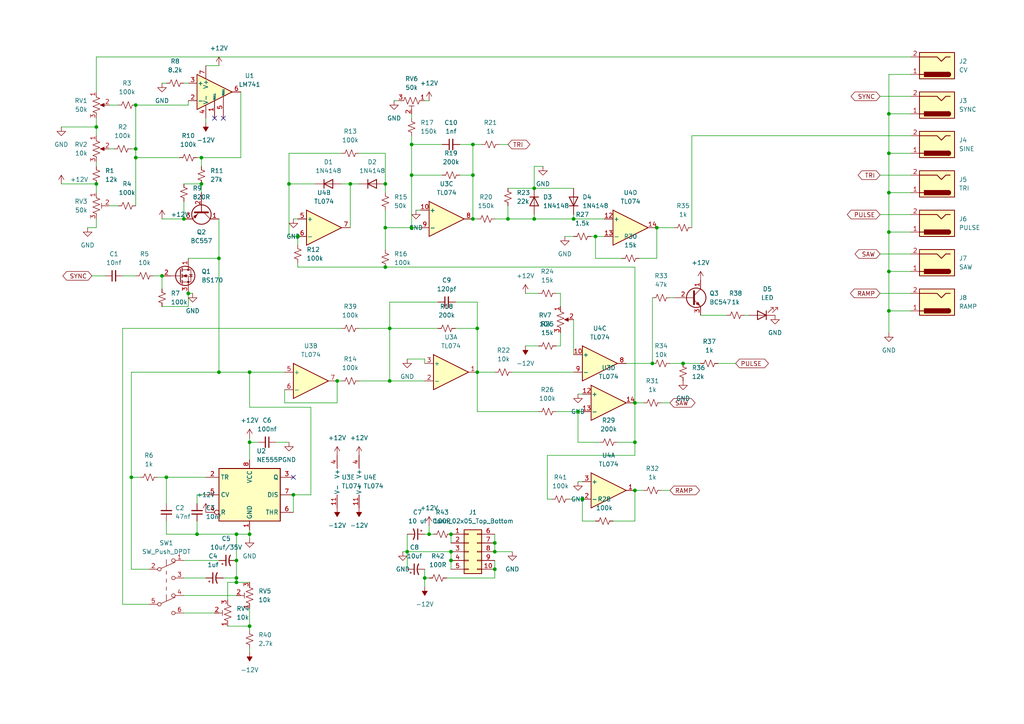
<source format=kicad_sch>
(kicad_sch (version 20211123) (generator eeschema)
  (paper "A4")
  (junction (at 154.94 63.5))
  (junction (at 68.58 162.56))
  (junction (at 257.81 44.45))
  (junction (at 57.15 154.94))
  (junction (at 130.81 160.02))
  (junction (at 143.51 160.02))
  (junction (at 184.15 116.84))
  (junction (at 138.43 107.95))
  (junction (at 48.26 138.43))
  (junction (at 130.81 154.94))
  (junction (at 68.58 154.94))
  (junction (at 184.15 142.24))
  (junction (at 147.32 63.5))
  (junction (at 257.81 33.02))
  (junction (at 72.39 181.61))
  (junction (at 167.64 119.38))
  (junction (at 130.81 162.56))
  (junction (at 97.79 110.49))
  (junction (at 154.94 54.61))
  (junction (at 118.11 160.02))
  (junction (at 39.37 30.48))
  (junction (at 58.42 45.72))
  (junction (at 72.39 128.27))
  (junction (at 137.16 63.5))
  (junction (at 119.38 41.91))
  (junction (at 119.38 66.04))
  (junction (at 257.81 55.88))
  (junction (at 111.76 53.34))
  (junction (at 124.46 154.94))
  (junction (at 63.5 107.95))
  (junction (at 63.5 74.93))
  (junction (at 143.51 165.1))
  (junction (at 53.34 63.5))
  (junction (at 257.81 90.17))
  (junction (at 113.03 110.49))
  (junction (at 72.39 154.94))
  (junction (at 168.91 144.78))
  (junction (at 68.58 167.64))
  (junction (at 137.16 50.8))
  (junction (at 190.5 66.04))
  (junction (at 86.36 68.58))
  (junction (at 257.81 78.74))
  (junction (at 123.19 167.64))
  (junction (at 143.51 157.48))
  (junction (at 54.61 85.09))
  (junction (at 38.1 138.43))
  (junction (at 72.39 107.95))
  (junction (at 113.03 95.25))
  (junction (at 39.37 43.18))
  (junction (at 257.81 67.31))
  (junction (at 83.82 53.34))
  (junction (at 184.15 128.27))
  (junction (at 101.6 53.34))
  (junction (at 58.42 53.34))
  (junction (at 138.43 95.25))
  (junction (at 39.37 45.72))
  (junction (at 27.94 36.83))
  (junction (at 46.99 80.01))
  (junction (at 119.38 50.8))
  (junction (at 27.94 53.34))
  (junction (at 68.58 168.91))
  (junction (at 172.72 68.58))
  (junction (at 166.37 63.5))
  (junction (at 85.09 143.51))
  (junction (at 111.76 66.04))
  (junction (at 198.12 105.41))
  (junction (at 189.23 105.41))
  (junction (at 137.16 41.91))
  (junction (at 111.76 77.47))
  (no_connect (at 62.23 34.29))
  (no_connect (at 85.09 138.43))
  (no_connect (at 64.77 34.29))
  (wire (pts (xy 138.43 87.63) (xy 132.08 87.63)))
  (wire (pts (xy 257.81 90.17) (xy 257.81 96.52)))
  (wire (pts (xy 59.69 19.05) (xy 63.5 19.05)))
  (wire (pts (xy 161.29 119.38) (xy 167.64 119.38)))
  (wire (pts (xy 17.78 53.34) (xy 27.94 53.34)))
  (wire (pts (xy 137.16 41.91) (xy 139.7 41.91)))
  (wire (pts (xy 53.34 58.42) (xy 53.34 63.5)))
  (wire (pts (xy 168.91 144.78) (xy 168.91 151.13)))
  (wire (pts (xy 194.31 105.41) (xy 198.12 105.41)))
  (wire (pts (xy 191.77 116.84) (xy 194.31 116.84)))
  (wire (pts (xy 119.38 33.02) (xy 119.38 34.29)))
  (wire (pts (xy 68.58 154.94) (xy 68.58 162.56)))
  (wire (pts (xy 111.76 66.04) (xy 111.76 72.39)))
  (wire (pts (xy 54.61 88.9) (xy 54.61 85.09)))
  (wire (pts (xy 39.37 30.48) (xy 39.37 43.18)))
  (wire (pts (xy 72.39 127) (xy 72.39 128.27)))
  (wire (pts (xy 53.34 177.8) (xy 62.23 177.8)))
  (wire (pts (xy 184.15 116.84) (xy 184.15 77.47)))
  (wire (pts (xy 255.27 27.94) (xy 264.16 27.94)))
  (wire (pts (xy 154.94 62.23) (xy 154.94 63.5)))
  (wire (pts (xy 184.15 128.27) (xy 179.07 128.27)))
  (wire (pts (xy 255.27 50.8) (xy 264.16 50.8)))
  (wire (pts (xy 35.56 80.01) (xy 39.37 80.01)))
  (wire (pts (xy 66.04 173.99) (xy 66.04 168.91)))
  (wire (pts (xy 138.43 107.95) (xy 138.43 95.25)))
  (wire (pts (xy 127 87.63) (xy 113.03 87.63)))
  (wire (pts (xy 185.42 74.93) (xy 190.5 74.93)))
  (wire (pts (xy 184.15 142.24) (xy 184.15 151.13)))
  (wire (pts (xy 152.4 100.33) (xy 156.21 100.33)))
  (wire (pts (xy 72.39 107.95) (xy 82.55 107.95)))
  (wire (pts (xy 154.94 54.61) (xy 166.37 54.61)))
  (wire (pts (xy 38.1 43.18) (xy 39.37 43.18)))
  (wire (pts (xy 137.16 50.8) (xy 137.16 41.91)))
  (wire (pts (xy 257.81 21.59) (xy 257.81 33.02)))
  (wire (pts (xy 54.61 85.09) (xy 55.88 85.09)))
  (wire (pts (xy 82.55 113.03) (xy 82.55 116.84)))
  (wire (pts (xy 90.17 118.11) (xy 72.39 118.11)))
  (wire (pts (xy 69.85 26.67) (xy 69.85 45.72)))
  (wire (pts (xy 172.72 74.93) (xy 180.34 74.93)))
  (wire (pts (xy 138.43 95.25) (xy 132.08 95.25)))
  (wire (pts (xy 191.77 142.24) (xy 194.31 142.24)))
  (wire (pts (xy 111.76 53.34) (xy 111.76 55.88)))
  (wire (pts (xy 171.45 68.58) (xy 172.72 68.58)))
  (wire (pts (xy 66.04 168.91) (xy 68.58 168.91)))
  (wire (pts (xy 257.81 67.31) (xy 257.81 78.74)))
  (wire (pts (xy 38.1 138.43) (xy 40.64 138.43)))
  (wire (pts (xy 168.91 151.13) (xy 172.72 151.13)))
  (wire (pts (xy 123.19 104.14) (xy 123.19 105.41)))
  (wire (pts (xy 72.39 181.61) (xy 72.39 182.88)))
  (wire (pts (xy 39.37 45.72) (xy 39.37 59.69)))
  (wire (pts (xy 113.03 87.63) (xy 113.03 95.25)))
  (wire (pts (xy 46.99 88.9) (xy 54.61 88.9)))
  (wire (pts (xy 57.15 151.13) (xy 57.15 154.94)))
  (wire (pts (xy 166.37 62.23) (xy 166.37 63.5)))
  (wire (pts (xy 128.27 50.8) (xy 119.38 50.8)))
  (wire (pts (xy 43.18 175.26) (xy 35.56 175.26)))
  (wire (pts (xy 163.83 68.58) (xy 166.37 68.58)))
  (wire (pts (xy 63.5 63.5) (xy 63.5 74.93)))
  (wire (pts (xy 154.94 48.26) (xy 154.94 54.61)))
  (wire (pts (xy 68.58 168.91) (xy 72.39 168.91)))
  (wire (pts (xy 167.64 119.38) (xy 168.91 119.38)))
  (wire (pts (xy 31.75 30.48) (xy 34.29 30.48)))
  (wire (pts (xy 86.36 76.2) (xy 86.36 77.47)))
  (wire (pts (xy 257.81 33.02) (xy 264.16 33.02)))
  (wire (pts (xy 257.81 78.74) (xy 257.81 90.17)))
  (wire (pts (xy 162.56 96.52) (xy 162.56 100.33)))
  (wire (pts (xy 54.61 74.93) (xy 63.5 74.93)))
  (wire (pts (xy 129.54 167.64) (xy 143.51 167.64)))
  (wire (pts (xy 118.11 160.02) (xy 118.11 165.1)))
  (wire (pts (xy 27.94 46.99) (xy 27.94 48.26)))
  (wire (pts (xy 72.39 118.11) (xy 72.39 107.95)))
  (wire (pts (xy 138.43 107.95) (xy 143.51 107.95)))
  (wire (pts (xy 167.64 114.3) (xy 168.91 114.3)))
  (wire (pts (xy 143.51 162.56) (xy 143.51 165.1)))
  (wire (pts (xy 27.94 66.04) (xy 25.4 66.04)))
  (wire (pts (xy 72.39 187.96) (xy 72.39 189.23)))
  (wire (pts (xy 137.16 50.8) (xy 133.35 50.8)))
  (wire (pts (xy 257.81 78.74) (xy 264.16 78.74)))
  (wire (pts (xy 190.5 66.04) (xy 195.58 66.04)))
  (wire (pts (xy 111.76 44.45) (xy 104.14 44.45)))
  (wire (pts (xy 167.64 139.7) (xy 168.91 139.7)))
  (wire (pts (xy 97.79 116.84) (xy 97.79 110.49)))
  (wire (pts (xy 124.46 152.4) (xy 124.46 154.94)))
  (wire (pts (xy 264.16 21.59) (xy 257.81 21.59)))
  (wire (pts (xy 46.99 24.13) (xy 48.26 24.13)))
  (wire (pts (xy 154.94 54.61) (xy 147.32 54.61)))
  (wire (pts (xy 46.99 63.5) (xy 53.34 63.5)))
  (wire (pts (xy 90.17 143.51) (xy 90.17 118.11)))
  (wire (pts (xy 158.75 144.78) (xy 160.02 144.78)))
  (wire (pts (xy 181.61 105.41) (xy 189.23 105.41)))
  (wire (pts (xy 162.56 85.09) (xy 161.29 85.09)))
  (wire (pts (xy 144.78 41.91) (xy 147.32 41.91)))
  (wire (pts (xy 119.38 50.8) (xy 119.38 66.04)))
  (wire (pts (xy 137.16 41.91) (xy 133.35 41.91)))
  (wire (pts (xy 104.14 95.25) (xy 113.03 95.25)))
  (wire (pts (xy 255.27 73.66) (xy 264.16 73.66)))
  (wire (pts (xy 83.82 44.45) (xy 83.82 53.34)))
  (wire (pts (xy 257.81 55.88) (xy 264.16 55.88)))
  (wire (pts (xy 48.26 151.13) (xy 48.26 154.94)))
  (wire (pts (xy 116.84 160.02) (xy 118.11 160.02)))
  (wire (pts (xy 72.39 153.67) (xy 72.39 154.94)))
  (wire (pts (xy 127 95.25) (xy 113.03 95.25)))
  (wire (pts (xy 257.81 44.45) (xy 264.16 44.45)))
  (wire (pts (xy 123.19 29.21) (xy 124.46 29.21)))
  (wire (pts (xy 68.58 162.56) (xy 68.58 167.64)))
  (wire (pts (xy 148.59 107.95) (xy 166.37 107.95)))
  (wire (pts (xy 152.4 85.09) (xy 156.21 85.09)))
  (wire (pts (xy 130.81 154.94) (xy 130.81 157.48)))
  (wire (pts (xy 121.92 60.96) (xy 120.65 60.96)))
  (wire (pts (xy 165.1 144.78) (xy 168.91 144.78)))
  (wire (pts (xy 137.16 63.5) (xy 137.16 50.8)))
  (wire (pts (xy 101.6 66.04) (xy 101.6 53.34)))
  (wire (pts (xy 83.82 53.34) (xy 91.44 53.34)))
  (wire (pts (xy 72.39 181.61) (xy 72.39 176.53)))
  (wire (pts (xy 53.34 167.64) (xy 59.69 167.64)))
  (wire (pts (xy 63.5 74.93) (xy 63.5 107.95)))
  (wire (pts (xy 143.51 160.02) (xy 148.59 160.02)))
  (wire (pts (xy 38.1 138.43) (xy 38.1 165.1)))
  (wire (pts (xy 35.56 175.26) (xy 35.56 95.25)))
  (wire (pts (xy 53.34 24.13) (xy 54.61 24.13)))
  (wire (pts (xy 31.75 59.69) (xy 34.29 59.69)))
  (wire (pts (xy 111.76 77.47) (xy 184.15 77.47)))
  (wire (pts (xy 82.55 116.84) (xy 97.79 116.84)))
  (wire (pts (xy 85.09 63.5) (xy 86.36 63.5)))
  (wire (pts (xy 172.72 68.58) (xy 175.26 68.58)))
  (wire (pts (xy 208.28 105.41) (xy 213.36 105.41)))
  (wire (pts (xy 53.34 162.56) (xy 63.5 162.56)))
  (wire (pts (xy 72.39 154.94) (xy 72.39 156.21)))
  (wire (pts (xy 113.03 110.49) (xy 123.19 110.49)))
  (wire (pts (xy 114.3 29.21) (xy 115.57 29.21)))
  (wire (pts (xy 27.94 26.67) (xy 27.94 16.51)))
  (wire (pts (xy 58.42 53.34) (xy 58.42 55.88)))
  (wire (pts (xy 172.72 68.58) (xy 172.72 74.93)))
  (wire (pts (xy 97.79 110.49) (xy 99.06 110.49)))
  (wire (pts (xy 257.81 44.45) (xy 257.81 55.88)))
  (wire (pts (xy 123.19 167.64) (xy 123.19 170.18)))
  (wire (pts (xy 119.38 41.91) (xy 128.27 41.91)))
  (wire (pts (xy 257.81 67.31) (xy 264.16 67.31)))
  (wire (pts (xy 46.99 80.01) (xy 46.99 83.82)))
  (wire (pts (xy 53.34 53.34) (xy 58.42 53.34)))
  (wire (pts (xy 118.11 160.02) (xy 130.81 160.02)))
  (wire (pts (xy 118.11 154.94) (xy 118.11 160.02)))
  (wire (pts (xy 194.31 86.36) (xy 195.58 86.36)))
  (wire (pts (xy 264.16 39.37) (xy 200.66 39.37)))
  (wire (pts (xy 35.56 95.25) (xy 99.06 95.25)))
  (wire (pts (xy 167.64 128.27) (xy 167.64 119.38)))
  (wire (pts (xy 257.81 33.02) (xy 257.81 44.45)))
  (wire (pts (xy 38.1 138.43) (xy 38.1 107.95)))
  (wire (pts (xy 54.61 30.48) (xy 54.61 29.21)))
  (wire (pts (xy 85.09 143.51) (xy 90.17 143.51)))
  (wire (pts (xy 257.81 90.17) (xy 264.16 90.17)))
  (wire (pts (xy 143.51 165.1) (xy 143.51 167.64)))
  (wire (pts (xy 119.38 50.8) (xy 119.38 41.91)))
  (wire (pts (xy 138.43 107.95) (xy 138.43 119.38)))
  (wire (pts (xy 138.43 95.25) (xy 138.43 87.63)))
  (wire (pts (xy 27.94 53.34) (xy 27.94 55.88)))
  (wire (pts (xy 123.19 154.94) (xy 124.46 154.94)))
  (wire (pts (xy 184.15 116.84) (xy 184.15 128.27)))
  (wire (pts (xy 68.58 154.94) (xy 72.39 154.94)))
  (wire (pts (xy 99.06 44.45) (xy 83.82 44.45)))
  (wire (pts (xy 44.45 80.01) (xy 46.99 80.01)))
  (wire (pts (xy 104.14 110.49) (xy 113.03 110.49)))
  (wire (pts (xy 27.94 16.51) (xy 264.16 16.51)))
  (wire (pts (xy 26.67 80.01) (xy 30.48 80.01)))
  (wire (pts (xy 48.26 154.94) (xy 57.15 154.94)))
  (wire (pts (xy 66.04 181.61) (xy 72.39 181.61)))
  (wire (pts (xy 86.36 77.47) (xy 111.76 77.47)))
  (wire (pts (xy 80.01 128.27) (xy 83.82 128.27)))
  (wire (pts (xy 203.2 91.44) (xy 210.82 91.44)))
  (wire (pts (xy 200.66 39.37) (xy 200.66 66.04)))
  (wire (pts (xy 111.76 53.34) (xy 111.76 44.45)))
  (wire (pts (xy 39.37 43.18) (xy 39.37 45.72)))
  (wire (pts (xy 27.94 63.5) (xy 27.94 66.04)))
  (wire (pts (xy 113.03 95.25) (xy 113.03 110.49)))
  (wire (pts (xy 101.6 53.34) (xy 104.14 53.34)))
  (wire (pts (xy 143.51 157.48) (xy 143.51 160.02)))
  (wire (pts (xy 39.37 30.48) (xy 54.61 30.48)))
  (wire (pts (xy 123.19 167.64) (xy 124.46 167.64)))
  (wire (pts (xy 58.42 45.72) (xy 57.15 45.72)))
  (wire (pts (xy 173.99 128.27) (xy 167.64 128.27)))
  (wire (pts (xy 86.36 68.58) (xy 86.36 71.12)))
  (wire (pts (xy 38.1 165.1) (xy 43.18 165.1)))
  (wire (pts (xy 143.51 154.94) (xy 143.51 157.48)))
  (wire (pts (xy 64.77 167.64) (xy 68.58 167.64)))
  (wire (pts (xy 27.94 34.29) (xy 27.94 36.83)))
  (wire (pts (xy 45.72 138.43) (xy 48.26 138.43)))
  (wire (pts (xy 143.51 63.5) (xy 147.32 63.5)))
  (wire (pts (xy 255.27 85.09) (xy 264.16 85.09)))
  (wire (pts (xy 27.94 36.83) (xy 27.94 39.37)))
  (wire (pts (xy 69.85 45.72) (xy 58.42 45.72)))
  (wire (pts (xy 111.76 66.04) (xy 119.38 66.04)))
  (wire (pts (xy 119.38 66.04) (xy 121.92 66.04)))
  (wire (pts (xy 31.75 43.18) (xy 33.02 43.18)))
  (wire (pts (xy 72.39 128.27) (xy 74.93 128.27)))
  (wire (pts (xy 198.12 105.41) (xy 203.2 105.41)))
  (wire (pts (xy 59.69 143.51) (xy 57.15 143.51)))
  (wire (pts (xy 162.56 88.9) (xy 162.56 85.09)))
  (wire (pts (xy 154.94 48.26) (xy 157.48 48.26)))
  (wire (pts (xy 137.16 63.5) (xy 138.43 63.5)))
  (wire (pts (xy 130.81 162.56) (xy 130.81 165.1)))
  (wire (pts (xy 57.15 143.51) (xy 57.15 146.05)))
  (wire (pts (xy 118.11 104.14) (xy 123.19 104.14)))
  (wire (pts (xy 138.43 119.38) (xy 156.21 119.38)))
  (wire (pts (xy 111.76 60.96) (xy 111.76 66.04)))
  (wire (pts (xy 162.56 100.33) (xy 161.29 100.33)))
  (wire (pts (xy 48.26 146.05) (xy 48.26 138.43)))
  (wire (pts (xy 130.81 160.02) (xy 130.81 162.56)))
  (wire (pts (xy 147.32 59.69) (xy 147.32 63.5)))
  (wire (pts (xy 123.19 167.64) (xy 123.19 165.1)))
  (wire (pts (xy 58.42 45.72) (xy 58.42 48.26)))
  (wire (pts (xy 124.46 154.94) (xy 125.73 154.94)))
  (wire (pts (xy 177.8 151.13) (xy 184.15 151.13)))
  (wire (pts (xy 38.1 107.95) (xy 63.5 107.95)))
  (wire (pts (xy 158.75 132.08) (xy 184.15 132.08)))
  (wire (pts (xy 83.82 68.58) (xy 83.82 53.34)))
  (wire (pts (xy 63.5 107.95) (xy 72.39 107.95)))
  (wire (pts (xy 190.5 74.93) (xy 190.5 66.04)))
  (wire (pts (xy 147.32 63.5) (xy 154.94 63.5)))
  (wire (pts (xy 86.36 68.58) (xy 83.82 68.58)))
  (wire (pts (xy 215.9 91.44) (xy 217.17 91.44)))
  (wire (pts (xy 101.6 53.34) (xy 99.06 53.34)))
  (wire (pts (xy 166.37 63.5) (xy 175.26 63.5)))
  (wire (pts (xy 59.69 34.29) (xy 59.69 35.56)))
  (wire (pts (xy 72.39 133.35) (xy 72.39 128.27)))
  (wire (pts (xy 68.58 167.64) (xy 68.58 168.91)))
  (wire (pts (xy 57.15 154.94) (xy 68.58 154.94)))
  (wire (pts (xy 53.34 172.72) (xy 68.58 172.72)))
  (wire (pts (xy 27.94 36.83) (xy 17.78 36.83)))
  (wire (pts (xy 255.27 62.23) (xy 264.16 62.23)))
  (wire (pts (xy 184.15 128.27) (xy 184.15 132.08)))
  (wire (pts (xy 166.37 92.71) (xy 166.37 102.87)))
  (wire (pts (xy 257.81 55.88) (xy 257.81 67.31)))
  (wire (pts (xy 184.15 142.24) (xy 186.69 142.24)))
  (wire (pts (xy 85.09 143.51) (xy 85.09 148.59)))
  (wire (pts (xy 184.15 116.84) (xy 186.69 116.84)))
  (wire (pts (xy 119.38 39.37) (xy 119.38 41.91)))
  (wire (pts (xy 154.94 63.5) (xy 166.37 63.5)))
  (wire (pts (xy 189.23 86.36) (xy 189.23 105.41)))
  (wire (pts (xy 158.75 144.78) (xy 158.75 132.08)))
  (wire (pts (xy 48.26 138.43) (xy 59.69 138.43)))
  (wire (pts (xy 39.37 45.72) (xy 52.07 45.72)))
  (global_label "RAMP" (shape bidirectional) (at 255.27 85.09 180) (property "Intersheet References" "${INTERSHEET_REFS}" (effects hide)))
  (global_label "RAMP" (shape bidirectional) (at 194.31 142.24 0) (property "Intersheet References" "${INTERSHEET_REFS}" (effects hide)))
  (global_label "SYNC" (shape bidirectional) (at 255.27 27.94 180) (property "Intersheet References" "${INTERSHEET_REFS}" (effects hide)))
  (global_label "TRI" (shape bidirectional) (at 147.32 41.91 0) (property "Intersheet References" "${INTERSHEET_REFS}" (effects hide)))
  (global_label "SAW" (shape bidirectional) (at 194.31 116.84 0) (property "Intersheet References" "${INTERSHEET_REFS}" (effects hide)))
  (global_label "PULSE" (shape bidirectional) (at 255.27 62.23 180) (property "Intersheet References" "${INTERSHEET_REFS}" (effects hide)))
  (global_label "PULSE" (shape bidirectional) (at 213.36 105.41 0) (property "Intersheet References" "${INTERSHEET_REFS}" (effects hide)))
  (global_label "TRI" (shape bidirectional) (at 255.27 50.8 180) (property "Intersheet References" "${INTERSHEET_REFS}" (effects hide)))
  (global_label "SYNC" (shape bidirectional) (at 26.67 80.01 180) (property "Intersheet References" "${INTERSHEET_REFS}" (effects hide)))
  (global_label "SAW" (shape bidirectional) (at 255.27 73.66 180) (property "Intersheet References" "${INTERSHEET_REFS}" (effects hide)))
  (symbol (lib_id "power:+12V") (at 104.14 132.08 0) (unit 1)
    (property "Reference" "#PWR0123" (effects hide))
    (property "Value" "+12V" (at 104.14 127 0))
  )
  (symbol (lib_id "power:GND") (at 167.64 114.3 0) (unit 1)
    (property "Reference" "#PWR0110" (effects hide))
    (property "Value" "GND" (at 167.64 119.38 0))
  )
  (symbol (lib_id "Transistor_BJT:BC547") (at 200.66 86.36 0) (unit 1)
    (property "Reference" "Q3" (at 205.74 85.0899 0) (effects (justify left)))
    (property "Value" "BC547" (at 205.74 87.6299 0) (effects (justify left)))
    (property "Footprint" "Package_TO_SOT_THT:TO-92_Inline" (effects hide))
    (property "Datasheet" "https://www.onsemi.com/pub/Collateral/BC550-D.pdf" (effects hide))
  )
  (symbol (lib_id "Connector:Jack-DC") (at 271.78 41.91 180) (unit 1)
    (property "Reference" "J4" (at 278.13 40.6399 0) (effects (justify right)))
    (property "Value" "SINE" (at 278.13 43.1799 0) (effects (justify right)))
    (property "Footprint" "Connector_PinSocket_2.54mm:PinSocket_1x02_P2.54mm_Vertical" (effects hide))
  )
  (symbol (lib_id "Device:R_Potentiometer_US") (at 27.94 43.18 0) (unit 1)
    (property "Reference" "RV2" (at 25.4 41.9099 0) (effects (justify right)))
    (property "Value" "10k" (at 25.4 44.4499 0) (effects (justify right)))
    (property "Footprint" "Connector_PinSocket_2.54mm:PinSocket_1x03_P2.54mm_Vertical" (effects hide))
  )
  (symbol (lib_id "Amplifier_Operational:TL074") (at 90.17 110.49 0) (unit 2)
    (property "Reference" "U3" (at 90.17 100.33 0))
    (property "Value" "TL074" (at 90.17 102.87 0))
    (property "Footprint" "Package_DIP:DIP-14_W7.62mm" (effects hide))
    (property "Datasheet" "http://www.ti.com/lit/ds/symlink/tl071.pdf" (effects hide))
  )
  (symbol (lib_id "Device:C_Small") (at 48.26 148.59 180) (unit 1)
    (property "Reference" "C2" (at 50.8 147.3135 0) (effects (justify right)))
    (property "Value" "47nf" (at 50.8 149.8535 0) (effects (justify right)))
    (property "Footprint" "Capacitor_THT:C_Disc_D11.0mm_W5.0mm_P5.00mm" (effects hide))
  )
  (symbol (lib_id "power:GND") (at 116.84 160.02 0) (unit 1)
    (property "Reference" "#PWR0122" (effects hide))
    (property "Value" "GND" (at 116.84 165.1 0))
  )
  (symbol (lib_id "Device:R_Small_US") (at 175.26 151.13 90) (unit 1)
    (property "Reference" "R28" (at 175.26 144.78 90))
    (property "Value" "100k" (at 175.26 147.32 90))
    (property "Footprint" "Resistor_THT:R_Axial_DIN0207_L6.3mm_D2.5mm_P7.62mm_Horizontal" (effects hide))
  )
  (symbol (lib_id "Device:C_Polarized_Small_US") (at 120.65 165.1 90) (unit 1)
    (property "Reference" "C8" (at 120.2182 158.75 90))
    (property "Value" "10uf" (at 120.2182 161.29 90))
    (property "Footprint" "Capacitor_THT:CP_Radial_D6.3mm_P2.50mm" (effects hide))
  )
  (symbol (lib_id "power:+12V") (at 124.46 152.4 0) (mirror y) (unit 1)
    (property "Reference" "#PWR0101" (effects hide))
    (property "Value" "+12V" (at 124.46 147.32 0))
  )
  (symbol (lib_id "Amplifier_Operational:TL074") (at 106.68 139.7 0) (unit 5)
    (property "Reference" "U4" (at 105.41 138.4299 0) (effects (justify left)))
    (property "Value" "TL074" (at 105.41 140.9699 0) (effects (justify left)))
    (property "Footprint" "Package_DIP:DIP-14_W7.62mm" (effects hide))
    (property "Datasheet" "http://www.ti.com/lit/ds/symlink/tl071.pdf" (effects hide))
  )
  (symbol (lib_id "power:-12V") (at 104.14 147.32 180) (unit 1)
    (property "Reference" "#PWR0121" (effects hide))
    (property "Value" "-12V" (at 104.14 152.4 0))
  )
  (symbol (lib_id "Amplifier_Operational:TL074") (at 100.33 139.7 0) (unit 5)
    (property "Reference" "U3" (at 99.06 138.4299 0) (effects (justify left)))
    (property "Value" "TL074" (at 99.06 140.9699 0) (effects (justify left)))
    (property "Footprint" "Package_DIP:DIP-14_W7.62mm" (effects hide))
    (property "Datasheet" "http://www.ti.com/lit/ds/symlink/tl071.pdf" (effects hide))
  )
  (symbol (lib_id "Connector:Jack-DC") (at 271.78 53.34 180) (unit 1)
    (property "Reference" "J5" (at 278.13 52.0699 0) (effects (justify right)))
    (property "Value" "TRI" (at 278.13 54.6099 0) (effects (justify right)))
    (property "Footprint" "Connector_PinSocket_2.54mm:PinSocket_1x02_P2.54mm_Vertical" (effects hide))
  )
  (symbol (lib_id "Device:R_Potentiometer_US") (at 27.94 30.48 0) (unit 1)
    (property "Reference" "RV1" (at 25.4 29.2099 0) (effects (justify right)))
    (property "Value" "50k" (at 25.4 31.7499 0) (effects (justify right)))
    (property "Footprint" "Connector_PinSocket_2.54mm:PinSocket_1x03_P2.54mm_Vertical" (effects hide))
  )
  (symbol (lib_id "Diode:1N4148") (at 166.37 58.42 90) (unit 1)
    (property "Reference" "D4" (at 168.91 57.1499 90) (effects (justify right)))
    (property "Value" "1N4148" (at 168.91 59.6899 90) (effects (justify right)))
    (property "Footprint" "Diode_THT:D_DO-35_SOD27_P7.62mm_Horizontal" (effects hide))
    (property "Datasheet" "https://assets.nexperia.com/documents/data-sheet/1N4148_1N4448.pdf" (effects hide))
  )
  (symbol (lib_id "Amplifier_Operational:TL074") (at 176.53 142.24 0) (unit 1)
    (property "Reference" "U4" (at 176.53 132.08 0))
    (property "Value" "TL074" (at 176.53 134.62 0))
    (property "Footprint" "Package_DIP:DIP-14_W7.62mm" (effects hide))
    (property "Datasheet" "http://www.ti.com/lit/ds/symlink/tl071.pdf" (effects hide))
  )
  (symbol (lib_id "power:-12V") (at 123.19 170.18 180) (unit 1)
    (property "Reference" "#PWR0103" (effects hide))
    (property "Value" "-12V" (at 123.19 175.26 0))
  )
  (symbol (lib_id "Connector:Jack-DC") (at 271.78 87.63 180) (unit 1)
    (property "Reference" "J8" (at 278.13 86.3599 0) (effects (justify right)))
    (property "Value" "RAMP" (at 278.13 88.8999 0) (effects (justify right)))
    (property "Footprint" "Connector_PinSocket_2.54mm:PinSocket_1x02_P2.54mm_Vertical" (effects hide))
  )
  (symbol (lib_id "Device:R_Small_US") (at 205.74 105.41 270) (unit 1)
    (property "Reference" "R37" (at 205.74 99.06 90))
    (property "Value" "1k" (at 205.74 101.6 90))
    (property "Footprint" "Resistor_THT:R_Axial_DIN0207_L6.3mm_D2.5mm_P7.62mm_Horizontal" (effects hide))
  )
  (symbol (lib_id "power:GND") (at 167.64 139.7 0) (unit 1)
    (property "Reference" "#PWR0104" (effects hide))
    (property "Value" "GND" (at 167.64 144.78 0))
  )
  (symbol (lib_id "Device:R_Small_US") (at 146.05 107.95 90) (unit 1)
    (property "Reference" "R22" (at 146.05 101.6 90))
    (property "Value" "10k" (at 146.05 104.14 90))
    (property "Footprint" "Resistor_THT:R_Axial_DIN0207_L6.3mm_D2.5mm_P7.62mm_Horizontal" (effects hide))
  )
  (symbol (lib_id "Device:R_Potentiometer_Trim_US") (at 66.04 177.8 180) (unit 1)
    (property "Reference" "RV4" (at 68.58 176.5299 0) (effects (justify right)))
    (property "Value" "10k" (at 68.58 179.0699 0) (effects (justify right)))
    (property "Footprint" "Connector_PinHeader_2.54mm:PinHeader_1x03_P2.54mm_Vertical" (effects hide))
  )
  (symbol (lib_id "Amplifier_Operational:LM741") (at 62.23 26.67 0) (unit 1)
    (property "Reference" "U1" (at 72.39 21.971 0))
    (property "Value" "LM741" (at 72.39 24.511 0))
    (property "Footprint" "Package_DIP:DIP-8_W7.62mm" (effects hide))
    (property "Datasheet" "http://www.ti.com/lit/ds/symlink/lm741.pdf" (effects hide))
  )
  (symbol (lib_id "Device:R_Small_US") (at 111.76 74.93 0) (unit 1)
    (property "Reference" "R16" (at 114.3 73.6599 0) (effects (justify left)))
    (property "Value" "100k" (at 114.3 76.1999 0) (effects (justify left)))
    (property "Footprint" "Resistor_THT:R_Axial_DIN0207_L6.3mm_D2.5mm_P7.62mm_Horizontal" (effects hide))
  )
  (symbol (lib_id "power:GND") (at 120.65 60.96 0) (unit 1)
    (property "Reference" "#PWR0129" (effects hide))
    (property "Value" "GND" (at 120.65 66.04 0))
  )
  (symbol (lib_id "power:+12V") (at 72.39 127 0) (unit 1)
    (property "Reference" "#PWR0117" (effects hide))
    (property "Value" "+12V" (at 72.39 121.92 0))
  )
  (symbol (lib_id "Device:R_Small_US") (at 35.56 43.18 90) (unit 1)
    (property "Reference" "R2" (at 35.56 36.83 90))
    (property "Value" "100k" (at 35.56 39.37 90))
    (property "Footprint" "Resistor_THT:R_Axial_DIN0207_L6.3mm_D2.5mm_P7.62mm_Horizontal" (effects hide))
  )
  (symbol (lib_id "Device:R_Small_US") (at 53.34 55.88 0) (unit 1)
    (property "Reference" "R9" (at 55.88 54.6099 0) (effects (justify left)))
    (property "Value" "820R" (at 55.88 57.1499 0) (effects (justify left)))
    (property "Footprint" "Resistor_THT:R_Axial_DIN0207_L6.3mm_D2.5mm_P7.62mm_Horizontal" (effects hide))
  )
  (symbol (lib_id "power:+12V") (at 124.46 29.21 0) (unit 1)
    (property "Reference" "#PWR0112" (effects hide))
    (property "Value" "+12V" (at 124.46 24.13 0))
  )
  (symbol (lib_id "Device:R_Small_US") (at 142.24 41.91 90) (unit 1)
    (property "Reference" "R21" (at 142.24 35.56 90))
    (property "Value" "1k" (at 142.24 38.1 90))
    (property "Footprint" "Resistor_THT:R_Axial_DIN0207_L6.3mm_D2.5mm_P7.62mm_Horizontal" (effects hide))
  )
  (symbol (lib_id "power:GND") (at 17.78 36.83 0) (unit 1)
    (property "Reference" "#PWR0132" (effects hide))
    (property "Value" "GND" (at 17.78 41.91 0))
  )
  (symbol (lib_id "Device:R_Small_US") (at 191.77 86.36 90) (unit 1)
    (property "Reference" "R33" (at 191.77 80.01 90))
    (property "Value" "47k" (at 191.77 82.55 90))
    (property "Footprint" "Resistor_THT:R_Axial_DIN0207_L6.3mm_D2.5mm_P7.62mm_Horizontal" (effects hide))
  )
  (symbol (lib_id "Transistor_BJT:BC557") (at 58.42 60.96 270) (unit 1)
    (property "Reference" "Q2" (at 58.42 67.31 90))
    (property "Value" "BC557" (at 58.42 69.85 90))
    (property "Footprint" "Package_TO_SOT_THT:TO-92_Inline" (effects hide))
    (property "Datasheet" "https://www.onsemi.com/pub/Collateral/BC556BTA-D.pdf" (effects hide))
  )
  (symbol (lib_id "power:GND") (at 72.39 156.21 0) (unit 1)
    (property "Reference" "#PWR0120" (effects hide))
    (property "Value" "GND" (at 72.39 161.29 0))
  )
  (symbol (lib_id "Device:C_Small") (at 77.47 128.27 270) (unit 1)
    (property "Reference" "C6" (at 77.4636 121.92 90))
    (property "Value" "100nf" (at 77.4636 124.46 90))
    (property "Footprint" "Capacitor_THT:C_Disc_D11.0mm_W5.0mm_P5.00mm" (effects hide))
  )
  (symbol (lib_id "Diode:1N4148") (at 95.25 53.34 0) (unit 1)
    (property "Reference" "D1" (at 95.25 46.99 0))
    (property "Value" "1N4148" (at 95.25 49.53 0))
    (property "Footprint" "Diode_THT:D_DO-35_SOD27_P7.62mm_Horizontal" (effects hide))
    (property "Datasheet" "https://assets.nexperia.com/documents/data-sheet/1N4148_1N4448.pdf" (effects hide))
  )
  (symbol (lib_id "Amplifier_Operational:TL074") (at 173.99 105.41 0) (unit 3)
    (property "Reference" "U4" (at 173.99 95.25 0))
    (property "Value" "TL074" (at 173.99 97.79 0))
    (property "Footprint" "Package_DIP:DIP-14_W7.62mm" (effects hide))
    (property "Datasheet" "http://www.ti.com/lit/ds/symlink/tl071.pdf" (effects hide))
  )
  (symbol (lib_id "Device:R_Small_US") (at 54.61 45.72 90) (unit 1)
    (property "Reference" "R10" (at 54.61 39.37 90))
    (property "Value" "100k" (at 54.61 41.91 90))
    (property "Footprint" "Resistor_THT:R_Axial_DIN0207_L6.3mm_D2.5mm_P7.62mm_Horizontal" (effects hide))
  )
  (symbol (lib_id "Device:R_Small_US") (at 213.36 91.44 270) (unit 1)
    (property "Reference" "R38" (at 213.36 85.09 90))
    (property "Value" "1k" (at 213.36 87.63 90))
    (property "Footprint" "Resistor_THT:R_Axial_DIN0207_L6.3mm_D2.5mm_P7.62mm_Horizontal" (effects hide))
  )
  (symbol (lib_id "Connector_Generic:Conn_02x05_Top_Bottom") (at 135.89 160.02 0) (unit 1)
    (property "Reference" "J1" (at 137.16 148.59 0))
    (property "Value" "Conn_02x05_Top_Bottom" (at 137.16 151.13 0))
    (property "Footprint" "Connector_PinHeader_2.54mm:PinHeader_2x05_P2.54mm_Vertical" (effects hide))
  )
  (symbol (lib_id "Diode:1N4148") (at 107.95 53.34 0) (unit 1)
    (property "Reference" "D2" (at 107.95 46.99 0))
    (property "Value" "1N4148" (at 107.95 49.53 0))
    (property "Footprint" "Diode_THT:D_DO-35_SOD27_P7.62mm_Horizontal" (effects hide))
    (property "Datasheet" "https://assets.nexperia.com/documents/data-sheet/1N4148_1N4448.pdf" (effects hide))
  )
  (symbol (lib_id "Device:R_Small_US") (at 162.56 144.78 90) (unit 1)
    (property "Reference" "R41" (at 162.56 138.43 90))
    (property "Value" "100k" (at 162.56 140.97 90))
    (property "Footprint" "Resistor_THT:R_Axial_DIN0207_L6.3mm_D2.5mm_P7.62mm_Horizontal" (effects hide))
  )
  (symbol (lib_id "Device:R_Small_US") (at 36.83 59.69 90) (unit 1)
    (property "Reference" "R4" (at 36.83 53.34 90))
    (property "Value" "100k" (at 36.83 55.88 90))
    (property "Footprint" "Resistor_THT:R_Axial_DIN0207_L6.3mm_D2.5mm_P7.62mm_Horizontal" (effects hide))
  )
  (symbol (lib_id "Switch:SW_Push_DPDT") (at 48.26 170.18 0) (unit 1)
    (property "Reference" "SW1" (at 48.26 157.48 0))
    (property "Value" "SW_Push_DPDT" (at 48.26 160.02 0))
    (property "Footprint" "Connector_PinHeader_2.54mm:PinHeader_1x06_P2.54mm_Vertical" (effects hide))
  )
  (symbol (lib_id "power:+12V") (at 97.79 132.08 0) (unit 1)
    (property "Reference" "#PWR0135" (effects hide))
    (property "Value" "+12V" (at 97.79 127 0))
  )
  (symbol (lib_id "Device:R_Small_US") (at 189.23 142.24 90) (unit 1)
    (property "Reference" "R32" (at 189.23 135.89 90))
    (property "Value" "1k" (at 189.23 138.43 90))
    (property "Footprint" "Resistor_THT:R_Axial_DIN0207_L6.3mm_D2.5mm_P7.62mm_Horizontal" (effects hide))
  )
  (symbol (lib_id "Device:R_Small_US") (at 50.8 24.13 90) (unit 1)
    (property "Reference" "R8" (at 50.8 17.78 90))
    (property "Value" "8.2k" (at 50.8 20.32 90))
    (property "Footprint" "Resistor_THT:R_Axial_DIN0207_L6.3mm_D2.5mm_P7.62mm_Horizontal" (effects hide))
  )
  (symbol (lib_id "Amplifier_Operational:TL074") (at 129.54 63.5 0) (unit 3)
    (property "Reference" "U3" (at 129.54 53.34 0))
    (property "Value" "TL074" (at 129.54 55.88 0))
    (property "Footprint" "Package_DIP:DIP-14_W7.62mm" (effects hide))
    (property "Datasheet" "http://www.ti.com/lit/ds/symlink/tl071.pdf" (effects hide))
  )
  (symbol (lib_id "Device:C_Polarized_Small_US") (at 66.04 162.56 90) (unit 1)
    (property "Reference" "C5" (at 65.6082 156.21 90))
    (property "Value" "10uf/35V" (at 65.6082 158.75 90))
    (property "Footprint" "Capacitor_THT:CP_Radial_D6.3mm_P2.50mm" (effects hide))
  )
  (symbol (lib_id "Device:R_Small_US") (at 101.6 44.45 90) (unit 1)
    (property "Reference" "R13" (at 101.6 38.1 90))
    (property "Value" "100k" (at 101.6 40.64 90))
    (property "Footprint" "Resistor_THT:R_Axial_DIN0207_L6.3mm_D2.5mm_P7.62mm_Horizontal" (effects hide))
  )
  (symbol (lib_id "power:GND") (at 257.81 96.52 0) (unit 1)
    (property "Reference" "#PWR0105" (effects hide))
    (property "Value" "GND" (at 257.81 101.6 0))
  )
  (symbol (lib_id "power:-12V") (at 97.79 147.32 180) (unit 1)
    (property "Reference" "#PWR0134" (effects hide))
    (property "Value" "-12V" (at 97.79 152.4 0))
  )
  (symbol (lib_id "power:-12V") (at 59.69 35.56 180) (unit 1)
    (property "Reference" "#PWR0128" (effects hide))
    (property "Value" "-12V" (at 59.69 40.64 0))
  )
  (symbol (lib_id "Device:R_Small_US") (at 198.12 107.95 0) (unit 1)
    (property "Reference" "R36" (at 200.66 106.6799 0) (effects (justify left)))
    (property "Value" "12k" (at 200.66 109.2199 0) (effects (justify left)))
    (property "Footprint" "Resistor_THT:R_Axial_DIN0207_L6.3mm_D2.5mm_P7.62mm_Horizontal" (effects hide))
  )
  (symbol (lib_id "power:+12V") (at 59.69 148.59 0) (unit 1)
    (property "Reference" "#PWR0119" (effects hide))
    (property "Value" "+12V" (at 59.69 143.51 0))
  )
  (symbol (lib_id "Device:R_Small_US") (at 140.97 63.5 90) (unit 1)
    (property "Reference" "R20" (at 140.97 57.15 90))
    (property "Value" "150k" (at 140.97 59.69 90))
    (property "Footprint" "Resistor_THT:R_Axial_DIN0207_L6.3mm_D2.5mm_P7.62mm_Horizontal" (effects hide))
  )
  (symbol (lib_id "Device:R_Small_US") (at 158.75 100.33 90) (unit 1)
    (property "Reference" "R25" (at 158.75 93.98 90))
    (property "Value" "15k" (at 158.75 96.52 90))
    (property "Footprint" "Resistor_THT:R_Axial_DIN0207_L6.3mm_D2.5mm_P7.62mm_Horizontal" (effects hide))
  )
  (symbol (lib_id "Device:R_Potentiometer_US") (at 162.56 92.71 0) (unit 1)
    (property "Reference" "RV7" (at 160.02 91.4399 0) (effects (justify right)))
    (property "Value" "10k" (at 160.02 93.9799 0) (effects (justify right)))
    (property "Footprint" "Connector_PinHeader_2.54mm:PinHeader_1x03_P2.54mm_Vertical" (effects hide))
  )
  (symbol (lib_id "Device:R_Small_US") (at 119.38 36.83 0) (unit 1)
    (property "Reference" "R17" (at 121.92 35.5599 0) (effects (justify left)))
    (property "Value" "150k" (at 121.92 38.0999 0) (effects (justify left)))
    (property "Footprint" "Resistor_THT:R_Axial_DIN0207_L6.3mm_D2.5mm_P7.62mm_Horizontal" (effects hide))
  )
  (symbol (lib_id "Device:R_Small_US") (at 58.42 50.8 0) (unit 1)
    (property "Reference" "R11" (at 60.96 49.5299 0) (effects (justify left)))
    (property "Value" "27k" (at 60.96 52.0699 0) (effects (justify left)))
    (property "Footprint" "Resistor_THT:R_Axial_DIN0207_L6.3mm_D2.5mm_P7.62mm_Horizontal" (effects hide))
  )
  (symbol (lib_id "Device:R_Small_US") (at 72.39 185.42 0) (unit 1)
    (property "Reference" "R40" (at 74.93 184.1499 0) (effects (justify left)))
    (property "Value" "2.7k" (at 74.93 186.6899 0) (effects (justify left)))
    (property "Footprint" "Resistor_THT:R_Axial_DIN0207_L6.3mm_D2.5mm_P7.62mm_Horizontal" (effects hide))
  )
  (symbol (lib_id "Device:C_Polarized_Small_US") (at 120.65 154.94 270) (unit 1)
    (property "Reference" "C7" (at 121.0818 148.59 90))
    (property "Value" "10 uf" (at 121.0818 151.13 90))
    (property "Footprint" "Capacitor_THT:CP_Radial_D6.3mm_P2.50mm" (effects hide))
  )
  (symbol (lib_id "Connector:Jack-DC") (at 271.78 19.05 180) (unit 1)
    (property "Reference" "J2" (at 278.13 17.7799 0) (effects (justify right)))
    (property "Value" "CV" (at 278.13 20.3199 0) (effects (justify right)))
    (property "Footprint" "Connector_PinSocket_2.54mm:PinSocket_1x02_P2.54mm_Vertical" (effects hide))
  )
  (symbol (lib_id "Device:R_Small_US") (at 189.23 116.84 90) (unit 1)
    (property "Reference" "R31" (at 189.23 110.49 90))
    (property "Value" "1k" (at 189.23 113.03 90))
    (property "Footprint" "Resistor_THT:R_Axial_DIN0207_L6.3mm_D2.5mm_P7.62mm_Horizontal" (effects hide))
  )
  (symbol (lib_id "Connector:Jack-DC") (at 271.78 30.48 180) (unit 1)
    (property "Reference" "J3" (at 278.13 29.2099 0) (effects (justify right)))
    (property "Value" "SYNC" (at 278.13 31.7499 0) (effects (justify right)))
    (property "Footprint" "Connector_PinSocket_2.54mm:PinSocket_1x02_P2.54mm_Vertical" (effects hide))
  )
  (symbol (lib_id "Device:R_Small_US") (at 198.12 66.04 90) (unit 1)
    (property "Reference" "R35" (at 198.12 59.69 90))
    (property "Value" "1k" (at 198.12 62.23 90))
    (property "Footprint" "Resistor_THT:R_Axial_DIN0207_L6.3mm_D2.5mm_P7.62mm_Horizontal" (effects hide))
  )
  (symbol (lib_id "power:GND") (at 83.82 128.27 0) (unit 1)
    (property "Reference" "#PWR0118" (effects hide))
    (property "Value" "GND" (at 83.82 133.35 0))
  )
  (symbol (lib_id "Device:R_Potentiometer_Trim_US") (at 27.94 59.69 0) (unit 1)
    (property "Reference" "RV3" (at 25.4 58.4199 0) (effects (justify right)))
    (property "Value" "50k" (at 25.4 60.9599 0) (effects (justify right)))
    (property "Footprint" "Connector_PinHeader_2.54mm:PinHeader_1x03_P2.54mm_Vertical" (effects hide))
  )
  (symbol (lib_id "Device:R_Small_US") (at 36.83 30.48 90) (unit 1)
    (property "Reference" "R3" (at 36.83 24.13 90))
    (property "Value" "100k" (at 36.83 26.67 90))
    (property "Footprint" "Resistor_THT:R_Axial_DIN0207_L6.3mm_D2.5mm_P7.62mm_Horizontal" (effects hide))
  )
  (symbol (lib_id "power:GND") (at 25.4 66.04 0) (unit 1)
    (property "Reference" "#PWR0131" (effects hide))
    (property "Value" "GND" (at 25.4 71.12 0))
  )
  (symbol (lib_id "Connector:Jack-DC") (at 271.78 76.2 180) (unit 1)
    (property "Reference" "J7" (at 278.13 74.9299 0) (effects (justify right)))
    (property "Value" "SAW" (at 278.13 77.4699 0) (effects (justify right)))
    (property "Footprint" "Connector_PinSocket_2.54mm:PinSocket_1x02_P2.54mm_Vertical" (effects hide))
  )
  (symbol (lib_id "power:GND") (at 118.11 104.14 0) (unit 1)
    (property "Reference" "#PWR0124" (effects hide))
    (property "Value" "GND" (at 118.11 109.22 0))
  )
  (symbol (lib_id "Device:R_Small_US") (at 147.32 57.15 180) (unit 1)
    (property "Reference" "R23" (at 149.86 55.8799 0) (effects (justify right)))
    (property "Value" "22k" (at 149.86 58.4199 0) (effects (justify right)))
    (property "Footprint" "Resistor_THT:R_Axial_DIN0207_L6.3mm_D2.5mm_P7.62mm_Horizontal" (effects hide))
  )
  (symbol (lib_id "Device:R_Small_US") (at 182.88 74.93 90) (unit 1)
    (property "Reference" "R30" (at 182.88 68.58 90))
    (property "Value" "15k" (at 182.88 71.12 90))
    (property "Footprint" "Resistor_THT:R_Axial_DIN0207_L6.3mm_D2.5mm_P7.62mm_Horizontal" (effects hide))
  )
  (symbol (lib_id "Device:R_Small_US") (at 101.6 110.49 90) (unit 1)
    (property "Reference" "R14" (at 101.6 104.14 90))
    (property "Value" "100k" (at 101.6 106.68 90))
    (property "Footprint" "Resistor_THT:R_Axial_DIN0207_L6.3mm_D2.5mm_P7.62mm_Horizontal" (effects hide))
  )
  (symbol (lib_id "power:GND") (at 224.79 91.44 0) (unit 1)
    (property "Reference" "#PWR0115" (effects hide))
    (property "Value" "GND" (at 224.79 96.52 0))
  )
  (symbol (lib_id "Device:C_Small") (at 129.54 87.63 90) (unit 1)
    (property "Reference" "C9" (at 129.5463 81.28 90))
    (property "Value" "120pf" (at 129.5463 83.82 90))
    (property "Footprint" "Capacitor_THT:C_Disc_D11.0mm_W5.0mm_P5.00mm" (effects hide))
  )
  (symbol (lib_id "Connector:Jack-DC") (at 271.78 64.77 180) (unit 1)
    (property "Reference" "J6" (at 278.13 63.4999 0) (effects (justify right)))
    (property "Value" "PULSE" (at 278.13 66.0399 0) (effects (justify right)))
    (property "Footprint" "Connector_PinSocket_2.54mm:PinSocket_1x02_P2.54mm_Vertical" (effects hide))
  )
  (symbol (lib_id "Device:C_Polarized_Small_US") (at 62.23 167.64 90) (unit 1)
    (property "Reference" "C4" (at 61.7982 161.29 90))
    (property "Value" "1uf" (at 61.7982 163.83 90))
    (property "Footprint" "Capacitor_THT:C_Disc_D11.0mm_W5.0mm_P5.00mm" (effects hide))
  )
  (symbol (lib_id "Device:C_Small") (at 33.02 80.01 90) (unit 1)
    (property "Reference" "C1" (at 33.0263 73.66 90))
    (property "Value" "10nf" (at 33.0263 76.2 90))
    (property "Footprint" "Capacitor_THT:C_Disc_D11.0mm_W5.0mm_P5.00mm" (effects hide))
  )
  (symbol (lib_id "Device:R_Small_US") (at 191.77 105.41 90) (unit 1)
    (property "Reference" "R34" (at 191.77 100.33 90))
    (property "Value" "10k" (at 191.77 102.87 90))
    (property "Footprint" "Resistor_THT:R_Axial_DIN0207_L6.3mm_D2.5mm_P7.62mm_Horizontal" (effects hide))
  )
  (symbol (lib_id "Device:R_Small_US") (at 101.6 95.25 90) (unit 1)
    (property "Reference" "R39" (at 101.6 88.9 90))
    (property "Value" "100k" (at 101.6 91.44 90))
    (property "Footprint" "Resistor_THT:R_Axial_DIN0207_L6.3mm_D2.5mm_P7.62mm_Horizontal" (effects hide))
  )
  (symbol (lib_id "power:-12V") (at 152.4 100.33 180) (unit 1)
    (property "Reference" "#PWR0108" (effects hide))
    (property "Value" "-12V" (at 152.4 105.41 0))
  )
  (symbol (lib_id "Amplifier_Operational:TL074") (at 176.53 116.84 0) (unit 4)
    (property "Reference" "U3" (at 176.53 106.68 0))
    (property "Value" "TL074" (at 176.53 109.22 0))
    (property "Footprint" "Package_DIP:DIP-14_W7.62mm" (effects hide))
    (property "Datasheet" "http://www.ti.com/lit/ds/symlink/tl071.pdf" (effects hide))
  )
  (symbol (lib_id "Device:R_Potentiometer_Trim_US") (at 72.39 172.72 180) (unit 1)
    (property "Reference" "RV5" (at 74.93 171.4499 0) (effects (justify right)))
    (property "Value" "10k" (at 74.93 173.9899 0) (effects (justify right)))
    (property "Footprint" "Connector_PinHeader_2.54mm:PinHeader_1x03_P2.54mm_Vertical" (effects hide))
  )
  (symbol (lib_id "power:GND") (at 55.88 85.09 0) (unit 1)
    (property "Reference" "#PWR0126" (effects hide))
    (property "Value" "GND" (at 55.88 90.17 0))
  )
  (symbol (lib_id "Device:R_Small_US") (at 127 167.64 90) (unit 1)
    (property "Reference" "R42" (at 127 161.29 90))
    (property "Value" "100R" (at 127 163.83 90))
    (property "Footprint" "Resistor_THT:R_Axial_DIN0207_L6.3mm_D2.5mm_P7.62mm_Horizontal" (effects hide))
  )
  (symbol (lib_id "Device:R_Small_US") (at 128.27 154.94 90) (unit 1)
    (property "Reference" "R43" (at 128.27 148.59 90))
    (property "Value" "100R" (at 128.27 151.13 90))
    (property "Footprint" "Resistor_THT:R_Axial_DIN0207_L6.3mm_D2.5mm_P7.62mm_Horizontal" (effects hide))
  )
  (symbol (lib_id "Device:R_Small_US") (at 168.91 68.58 90) (unit 1)
    (property "Reference" "R27" (at 168.91 62.23 90))
    (property "Value" "1.5k" (at 168.91 64.77 90))
    (property "Footprint" "Resistor_THT:R_Axial_DIN0207_L6.3mm_D2.5mm_P7.62mm_Horizontal" (effects hide))
  )
  (symbol (lib_id "Amplifier_Operational:TL074") (at 93.98 66.04 0) (unit 2)
    (property "Reference" "U4" (at 93.98 55.88 0))
    (property "Value" "TL074" (at 93.98 58.42 0))
    (property "Footprint" "Package_DIP:DIP-14_W7.62mm" (effects hide))
    (property "Datasheet" "http://www.ti.com/lit/ds/symlink/tl071.pdf" (effects hide))
  )
  (symbol (lib_id "Diode:1N4148") (at 154.94 58.42 270) (unit 1)
    (property "Reference" "D3" (at 157.48 57.1499 90) (effects (justify left)))
    (property "Value" "1N4148" (at 157.48 59.6899 90) (effects (justify left)))
    (property "Footprint" "Diode_THT:D_DO-35_SOD27_P7.62mm_Horizontal" (effects hide))
    (property "Datasheet" "https://assets.nexperia.com/documents/data-sheet/1N4148_1N4448.pdf" (effects hide))
  )
  (symbol (lib_id "Device:R_Small_US") (at 41.91 80.01 90) (unit 1)
    (property "Reference" "R5" (at 41.91 73.66 90))
    (property "Value" "10k" (at 41.91 76.2 90))
    (property "Footprint" "Resistor_THT:R_Axial_DIN0207_L6.3mm_D2.5mm_P7.62mm_Horizontal" (effects hide))
  )
  (symbol (lib_id "Device:LED") (at 220.98 91.44 180) (unit 1)
    (property "Reference" "D5" (at 222.5675 83.82 0))
    (property "Value" "LED" (at 222.5675 86.36 0))
    (property "Footprint" "Connector_PinSocket_2.54mm:PinSocket_1x02_P2.54mm_Vertical" (effects hide))
  )
  (symbol (lib_id "Device:R_Potentiometer_Trim_US") (at 119.38 29.21 270) (unit 1)
    (property "Reference" "RV6" (at 119.38 22.86 90))
    (property "Value" "50k" (at 119.38 25.4 90))
    (property "Footprint" "Connector_PinHeader_2.54mm:PinHeader_1x03_P2.54mm_Vertical" (effects hide))
  )
  (symbol (lib_id "Device:R_Small_US") (at 43.18 138.43 90) (unit 1)
    (property "Reference" "R6" (at 43.18 132.08 90))
    (property "Value" "1k" (at 43.18 134.62 90))
    (property "Footprint" "Resistor_THT:R_Axial_DIN0207_L6.3mm_D2.5mm_P7.62mm_Horizontal" (effects hide))
  )
  (symbol (lib_id "power:+12V") (at 46.99 63.5 0) (unit 1)
    (property "Reference" "#PWR01" (effects hide))
    (property "Value" "+12V" (at 49.53 62.2299 0) (effects (justify left)))
  )
  (symbol (lib_id "power:+12V") (at 63.5 19.05 0) (unit 1)
    (property "Reference" "#PWR0106" (effects hide))
    (property "Value" "+12V" (at 63.5 13.97 0))
  )
  (symbol (lib_id "Amplifier_Operational:TL074") (at 182.88 66.04 0) (unit 4)
    (property "Reference" "U4" (at 182.88 55.88 0))
    (property "Value" "TL074" (at 182.88 58.42 0))
    (property "Footprint" "Package_DIP:DIP-14_W7.62mm" (effects hide))
    (property "Datasheet" "http://www.ti.com/lit/ds/symlink/tl071.pdf" (effects hide))
  )
  (symbol (lib_id "Device:R_Small_US") (at 176.53 128.27 90) (unit 1)
    (property "Reference" "R29" (at 176.53 121.92 90))
    (property "Value" "200k" (at 176.53 124.46 90))
    (property "Footprint" "Resistor_THT:R_Axial_DIN0207_L6.3mm_D2.5mm_P7.62mm_Horizontal" (effects hide))
  )
  (symbol (lib_id "Device:R_Small_US") (at 130.81 50.8 90) (unit 1)
    (property "Reference" "R19" (at 130.81 44.45 90))
    (property "Value" "200k" (at 130.81 46.99 90))
    (property "Footprint" "Resistor_THT:R_Axial_DIN0207_L6.3mm_D2.5mm_P7.62mm_Horizontal" (effects hide))
  )
  (symbol (lib_id "Device:R_Small_US") (at 111.76 58.42 0) (unit 1)
    (property "Reference" "R15" (at 114.3 57.1499 0) (effects (justify left)))
    (property "Value" "50k" (at 114.3 59.6899 0) (effects (justify left)))
    (property "Footprint" "Resistor_THT:R_Axial_DIN0207_L6.3mm_D2.5mm_P7.62mm_Horizontal" (effects hide))
  )
  (symbol (lib_id "power:GND") (at 85.09 63.5 0) (unit 1)
    (property "Reference" "#PWR0127" (effects hide))
    (property "Value" "GND" (at 85.09 68.58 0))
  )
  (symbol (lib_id "power:GND") (at 198.12 110.49 0) (unit 1)
    (property "Reference" "#PWR0114" (effects hide))
    (property "Value" "GND" (at 198.12 115.57 0))
  )
  (symbol (lib_id "Device:R_Small_US") (at 158.75 119.38 90) (unit 1)
    (property "Reference" "R26" (at 158.75 113.03 90))
    (property "Value" "100k" (at 158.75 115.57 90))
    (property "Footprint" "Resistor_THT:R_Axial_DIN0207_L6.3mm_D2.5mm_P7.62mm_Horizontal" (effects hide))
  )
  (symbol (lib_id "power:GND") (at 46.99 24.13 0) (unit 1)
    (property "Reference" "#PWR0107" (effects hide))
    (property "Value" "GND" (at 46.99 29.21 0))
  )
  (symbol (lib_id "power:GND") (at 148.59 160.02 0) (unit 1)
    (property "Reference" "#PWR0102" (effects hide))
    (property "Value" "GND" (at 148.59 165.1 0))
  )
  (symbol (lib_id "Device:C_Small") (at 57.15 148.59 180) (unit 1)
    (property "Reference" "C3" (at 59.69 147.3135 0) (effects (justify right)))
    (property "Value" "10nf" (at 59.69 149.8535 0) (effects (justify right)))
    (property "Footprint" "Capacitor_THT:C_Disc_D11.0mm_W5.0mm_P5.00mm" (effects hide))
  )
  (symbol (lib_id "power:-12V") (at 72.39 189.23 180) (unit 1)
    (property "Reference" "#PWR0125" (effects hide))
    (property "Value" "-12V" (at 72.39 194.31 0))
  )
  (symbol (lib_id "Timer:NE555P") (at 72.39 143.51 0) (unit 1)
    (property "Reference" "U2" (at 74.4094 130.81 0) (effects (justify left)))
    (property "Value" "NE555P" (at 74.4094 133.35 0) (effects (justify left)))
    (property "Footprint" "Package_DIP:DIP-8_W7.62mm" (effects hide))
    (property "Datasheet" "http://www.ti.com/lit/ds/symlink/ne555.pdf" (effects hide))
  )
  (symbol (lib_id "power:+12V") (at 152.4 85.09 0) (unit 1)
    (property "Reference" "#PWR0109" (effects hide))
    (property "Value" "+12V" (at 152.4 80.01 0))
  )
  (symbol (lib_id "power:GND") (at 157.48 48.26 0) (unit 1)
    (property "Reference" "#PWR0116" (effects hide))
    (property "Value" "GND" (at 157.48 53.34 0))
  )
  (symbol (lib_id "Device:R_Small_US") (at 158.75 85.09 90) (unit 1)
    (property "Reference" "R24" (at 158.75 78.74 90))
    (property "Value" "15k" (at 158.75 81.28 90))
    (property "Footprint" "Resistor_THT:R_Axial_DIN0207_L6.3mm_D2.5mm_P7.62mm_Horizontal" (effects hide))
  )
  (symbol (lib_id "power:+12V") (at 203.2 81.28 0) (unit 1)
    (property "Reference" "#PWR0113" (effects hide))
    (property "Value" "+12V" (at 203.2 76.2 0))
  )
  (symbol (lib_id "Device:C_Small") (at 130.81 41.91 90) (unit 1)
    (property "Reference" "C10" (at 130.8163 35.56 90))
    (property "Value" "1nf" (at 130.8163 38.1 90))
    (property "Footprint" "Capacitor_THT:C_Disc_D11.0mm_W5.0mm_P5.00mm" (effects hide))
  )
  (symbol (lib_id "power:GND") (at 163.83 68.58 0) (unit 1)
    (property "Reference" "#PWR0111" (effects hide))
    (property "Value" "GND" (at 163.83 73.66 0))
  )
  (symbol (lib_id "power:+12V") (at 17.78 53.34 0) (unit 1)
    (property "Reference" "#PWR0133" (effects hide))
    (property "Value" "+12V" (at 20.32 52.0699 0) (effects (justify left)))
  )
  (symbol (lib_id "power:GND") (at 114.3 29.21 0) (unit 1)
    (property "Reference" "#PWR0130" (effects hide))
    (property "Value" "GND" (at 114.3 34.29 0))
  )
  (symbol (lib_id "Device:R_Small_US") (at 46.99 86.36 180) (unit 1)
    (property "Reference" "R7" (at 49.53 85.0899 0) (effects (justify right)))
    (property "Value" "100k" (at 49.53 87.6299 0) (effects (justify right)))
    (property "Footprint" "Resistor_THT:R_Axial_DIN0207_L6.3mm_D2.5mm_P7.62mm_Horizontal" (effects hide))
  )
  (symbol (lib_id "Device:R_Small_US") (at 86.36 73.66 0) (unit 1)
    (property "Reference" "R12" (at 88.9 72.3899 0) (effects (justify left)))
    (property "Value" "100k" (at 88.9 74.9299 0) (effects (justify left)))
    (property "Footprint" "Resistor_THT:R_Axial_DIN0207_L6.3mm_D2.5mm_P7.62mm_Horizontal" (effects hide))
  )
  (symbol (lib_id "Device:R_Small_US") (at 27.94 50.8 0) (unit 1)
    (property "Reference" "R1" (at 30.48 49.5299 0) (effects (justify left)))
    (property "Value" "12k" (at 30.48 52.0699 0) (effects (justify left)))
    (property "Footprint" "Resistor_THT:R_Axial_DIN0207_L6.3mm_D2.5mm_P7.62mm_Horizontal" (effects hide))
  )
  (symbol (lib_id "Amplifier_Operational:TL074") (at 130.81 107.95 0) (unit 1)
    (property "Reference" "U3" (at 130.81 97.79 0))
    (property "Value" "TL074" (at 130.81 100.33 0))
    (property "Footprint" "Package_DIP:DIP-14_W7.62mm" (effects hide))
    (property "Datasheet" "http://www.ti.com/lit/ds/symlink/tl071.pdf" (effects hide))
  )
  (symbol (lib_id "Device:R_Small_US") (at 129.54 95.25 270) (unit 1)
    (property "Reference" "R18" (at 129.54 88.9 90))
    (property "Value" "200k" (at 129.54 91.44 90))
    (property "Footprint" "Resistor_THT:R_Axial_DIN0207_L6.3mm_D2.5mm_P7.62mm_Horizontal" (effects hide))
  )
  (symbol (lib_id "Transistor_FET:BS170") (at 52.07 80.01 0) (unit 1)
    (property "Reference" "Q1" (at 58.42 78.7399 0) (effects (justify left)))
    (property "Value" "BS170" (at 58.42 81.2799 0) (effects (justify left)))
    (property "Footprint" "Package_TO_SOT_THT:TO-92_Inline" (effects hide))
    (property "Datasheet" "https://www.onsemi.com/pub/Collateral/BS170-D.PDF" (effects hide))
  )
)
</source>
